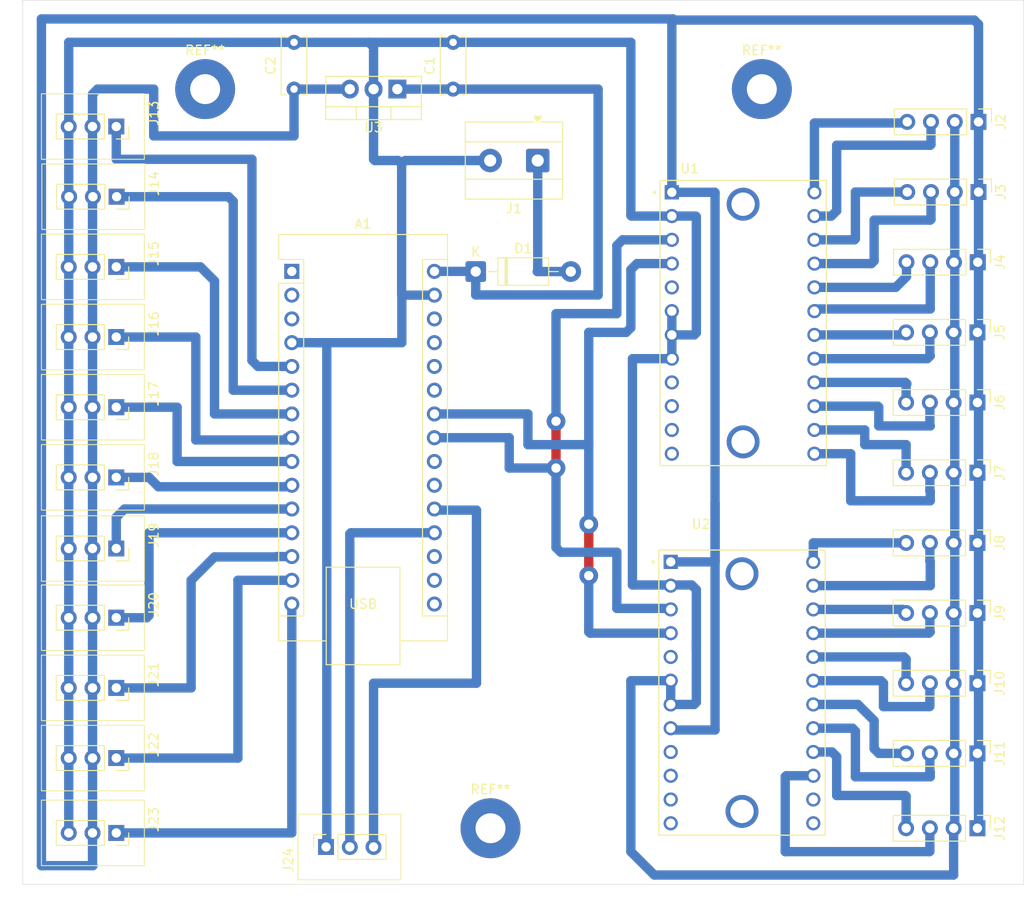
<source format=kicad_pcb>
(kicad_pcb (version 20241229) (generator "pcbnew") (generator_version "9.0")
  (layers (0 "F.Cu" signal) (2 "B.Cu" signal) (13 "F.Paste" user) (15 "B.Paste" user) (5 "F.SilkS" user "F.Silkscreen") (7 "B.SilkS" user "B.Silkscreen") (1 "F.Mask" user) (3 "B.Mask" user) (25 "Edge.Cuts" user))
  (net 0 "")
  (net 2 "N11")
  (net 3 "N2")
  (net 4 "N7")
  (net 5 "N5")
  (net 7 "N3")
  (net 8 "N10")
  (net 11 "SCL")
  (net 12 "N6")
  (net 13 "GND")
  (net 14 "RX")
  (net 21 "N9")
  (net 23 "N4")
  (net 24 "Net-(A1-VIN)")
  (net 25 "N8")
  (net 26 "TX")
  (net 27 "SDA")
  (net 28 "N1")
  (net 30 "+5V")
  (net 31 "Net-(D1-A)")
  (net 32 "SDA1")
  (net 33 "SCL1")
  (net 34 "SCL2")
  (net 35 "SDA2")
  (net 36 "SCL3")
  (net 37 "SDA3")
  (net 38 "SDA4")
  (net 39 "SCL4")
  (net 40 "SCL5")
  (net 41 "SDA5")
  (net 42 "SCL6")
  (net 43 "SDA6")
  (net 44 "SDA7")
  (net 45 "SCL7")
  (net 46 "SDA8")
  (net 47 "SCL8")
  (net 48 "SDA9")
  (net 49 "SCL9")
  (net 50 "SDA10")
  (net 51 "SCL10")
  (net 52 "SDA11")
  (net 53 "SCL11")
  (footprint "Library:PinSocket_1x03_P2.54mm_Vertical_LED" (layer "F.Cu") (at 68.5 75.5 -90)
    (property "Reference" "J16" (at -1.42 -4.01 90) (layer "F.SilkS"))
    (property "Value" "Conn_01x03_Pin")
    (pad "1" thru_hole rect (at 0 0 270) (size 1.7 1.7) (drill 1) (layers "*.Cu" "*.Mask") (net 23 "N4"))
    (pad "2" thru_hole circle (at 0 2.54 270) (size 1.7 1.7) (drill 1) (layers "*.Cu" "*.Mask") (net 30 "+5V"))
    (pad "3" thru_hole circle (at 0 5.08 270) (size 1.7 1.7) (drill 1) (layers "*.Cu" "*.Mask") (net 13 "GND"))
  )
  (footprint "MountingHole:MountingHole_3.2mm_M3_Pad" (layer "F.Cu") (at 78 49)
    (property "Reference" "REF**" (at 0 -4.15 0) (layer "F.SilkS"))
    (property "Value" "MountingHole_3.2mm_M3_Pad")
    (pad "1" thru_hole circle (at 0 0) (size 6.4 6.4) (drill 3.2) (layers "*.Cu" "*.Mask"))
  )
  (footprint "Connector_PinHeader_2.54mm:PinHeader_1x04_P2.54mm_Vertical" (layer "F.Cu") (at 160.54 90 -90)
    (property "Reference" "J7" (at 0 -2.38 90) (layer "F.SilkS"))
    (property "Value" "Conn_01x04_Pin")
    (pad "1" thru_hole rect (at 0 0 270) (size 1.7 1.7) (drill 1) (layers "*.Cu" "*.Mask") (net 30 "+5V"))
    (pad "2" thru_hole circle (at 0 2.54 270) (size 1.7 1.7) (drill 1) (layers "*.Cu" "*.Mask") (net 13 "GND"))
    (pad "3" thru_hole circle (at 0 5.08 270) (size 1.7 1.7) (drill 1) (layers "*.Cu" "*.Mask") (net 43 "SDA6"))
    (pad "4" thru_hole circle (at 0 7.62 270) (size 1.7 1.7) (drill 1) (layers "*.Cu" "*.Mask") (net 42 "SCL6"))
  )
  (footprint "Library:PinSocket_1x03_P2.54mm_Vertical_LED" (layer "F.Cu") (at 90.92 130 90)
    (property "Reference" "J24" (at -1.42 -4.01 90) (layer "F.SilkS"))
    (property "Value" "Conn_01x03_Pin")
    (pad "1" thru_hole rect (at 0 0 90) (size 1.7 1.7) (drill 1) (layers "*.Cu" "*.Mask") (net 13 "GND"))
    (pad "2" thru_hole circle (at 0 2.54 90) (size 1.7 1.7) (drill 1) (layers "*.Cu" "*.Mask") (net 26 "TX"))
    (pad "3" thru_hole circle (at 0 5.08 90) (size 1.7 1.7) (drill 1) (layers "*.Cu" "*.Mask") (net 14 "RX"))
  )
  (footprint "2717:MODULE_2717" (layer "F.Cu") (at 135.38 113.5)
    (property "Reference" "U2" (at -4.38 -18 0) (layer "F.SilkS"))
    (property "Value" "2717")
    (pad "1" thru_hole rect (at -7.62 -13.97) (size 1.508 1.508) (drill 1) (layers "*.Cu" "*.Mask") (net 30 "+5V"))
    (pad "2" thru_hole circle (at -7.62 -11.43) (size 1.508 1.508) (drill 1) (layers "*.Cu" "*.Mask") (net 13 "GND"))
    (pad "3" thru_hole circle (at -7.62 -8.89) (size 1.508 1.508) (drill 1) (layers "*.Cu" "*.Mask") (net 27 "SDA"))
    (pad "4" thru_hole circle (at -7.62 -6.35) (size 1.508 1.508) (drill 1) (layers "*.Cu" "*.Mask") (net 11 "SCL"))
    (pad "5" thru_hole circle (at -7.62 -3.81) (size 1.508 1.508) (drill 1) (layers "*.Cu" "*.Mask"))
    (pad "6" thru_hole circle (at -7.62 -1.27) (size 1.508 1.508) (drill 1) (layers "*.Cu" "*.Mask") (net 13 "GND"))
    (pad "7" thru_hole circle (at -7.62 1.27) (size 1.508 1.508) (drill 1) (layers "*.Cu" "*.Mask") (net 13 "GND"))
    (pad "8" thru_hole circle (at -7.62 3.81) (size 1.508 1.508) (drill 1) (layers "*.Cu" "*.Mask") (net 30 "+5V"))
    (pad "9" thru_hole circle (at -7.62 6.35) (size 1.508 1.508) (drill 1) (layers "*.Cu" "*.Mask"))
    (pad "10" thru_hole circle (at -7.62 8.89) (size 1.508 1.508) (drill 1) (layers "*.Cu" "*.Mask"))
    (pad "11" thru_hole circle (at -7.62 11.43) (size 1.508 1.508) (drill 1) (layers "*.Cu" "*.Mask"))
    (pad "12" thru_hole circle (at -7.62 13.97) (size 1.508 1.508) (drill 1) (layers "*.Cu" "*.Mask"))
    (pad "13" thru_hole circle (at 7.62 13.97) (size 1.508 1.508) (drill 1) (layers "*.Cu" "*.Mask"))
    (pad "14" thru_hole circle (at 7.62 11.43) (size 1.508 1.508) (drill 1) (layers "*.Cu" "*.Mask"))
    (pad "15" thru_hole circle (at 7.62 8.89) (size 1.508 1.508) (drill 1) (layers "*.Cu" "*.Mask") (net 52 "SDA11"))
    (pad "16" thru_hole circle (at 7.62 6.35) (size 1.508 1.508) (drill 1) (layers "*.Cu" "*.Mask") (net 53 "SCL11"))
    (pad "17" thru_hole circle (at 7.62 3.81) (size 1.508 1.508) (drill 1) (layers "*.Cu" "*.Mask") (net 50 "SDA10"))
    (pad "18" thru_hole circle (at 7.62 1.27) (size 1.508 1.508) (drill 1) (layers "*.Cu" "*.Mask") (net 51 "SCL10"))
    (pad "19" thru_hole circle (at 7.62 -1.27) (size 1.508 1.508) (drill 1) (layers "*.Cu" "*.Mask") (net 48 "SDA9"))
    (pad "20" thru_hole circle (at 7.62 -3.81) (size 1.508 1.508) (drill 1) (layers "*.Cu" "*.Mask") (net 49 "SCL9"))
    (pad "21" thru_hole circle (at 7.62 -6.35) (size 1.508 1.508) (drill 1) (layers "*.Cu" "*.Mask") (net 46 "SDA8"))
    (pad "22" thru_hole circle (at 7.62 -8.89) (size 1.508 1.508) (drill 1) (layers "*.Cu" "*.Mask") (net 47 "SCL8"))
    (pad "23" thru_hole circle (at 7.62 -11.43) (size 1.508 1.508) (drill 1) (layers "*.Cu" "*.Mask") (net 44 "SDA7"))
    (pad "24" thru_hole circle (at 7.62 -13.97) (size 1.508 1.508) (drill 1) (layers "*.Cu" "*.Mask") (net 45 "SCL7"))
    (pad "P1" thru_hole circle (at 0 -12.7) (size 3.516 3.516) (drill 2.5) (layers "*.Cu" "*.Mask"))
    (pad "P2" thru_hole circle (at 0 12.7) (size 3.516 3.516) (drill 2.5) (layers "*.Cu" "*.Mask"))
  )
  (footprint "Package_TO_SOT_THT:TO-220-3_Vertical" (layer "F.Cu") (at 98.54 49 180)
    (property "Reference" "U3" (at 2.54 -4.1 0) (layer "F.SilkS"))
    (property "Value" "L7805")
    (pad "1" thru_hole rect (at 0 0 180) (size 1.905 2) (drill 1.1) (layers "*.Cu" "*.Mask") (net 24 "Net-(A1-VIN)"))
    (pad "2" thru_hole oval (at 2.54 0 180) (size 1.905 2) (drill 1.1) (layers "*.Cu" "*.Mask") (net 13 "GND"))
    (pad "3" thru_hole oval (at 5.08 0 180) (size 1.905 2) (drill 1.1) (layers "*.Cu" "*.Mask") (net 30 "+5V"))
  )
  (footprint "Connector_PinHeader_2.54mm:PinHeader_1x04_P2.54mm_Vertical" (layer "F.Cu") (at 160.54 120 -90)
    (property "Reference" "J11" (at 0 -2.38 90) (layer "F.SilkS"))
    (property "Value" "Conn_01x04_Pin")
    (pad "1" thru_hole rect (at 0 0 270) (size 1.7 1.7) (drill 1) (layers "*.Cu" "*.Mask") (net 30 "+5V"))
    (pad "2" thru_hole circle (at 0 2.54 270) (size 1.7 1.7) (drill 1) (layers "*.Cu" "*.Mask") (net 13 "GND"))
    (pad "3" thru_hole circle (at 0 5.08 270) (size 1.7 1.7) (drill 1) (layers "*.Cu" "*.Mask") (net 50 "SDA10"))
    (pad "4" thru_hole circle (at 0 7.62 270) (size 1.7 1.7) (drill 1) (layers "*.Cu" "*.Mask") (net 51 "SCL10"))
  )
  (footprint "Connector_PinHeader_2.54mm:PinHeader_1x04_P2.54mm_Vertical" (layer "F.Cu") (at 160.54 75 -90)
    (property "Reference" "J5" (at 0 -2.38 90) (layer "F.SilkS"))
    (property "Value" "Conn_01x04_Pin")
    (pad "1" thru_hole rect (at 0 0 270) (size 1.7 1.7) (drill 1) (layers "*.Cu" "*.Mask") (net 30 "+5V"))
    (pad "2" thru_hole circle (at 0 2.54 270) (size 1.7 1.7) (drill 1) (layers "*.Cu" "*.Mask") (net 13 "GND"))
    (pad "3" thru_hole circle (at 0 5.08 270) (size 1.7 1.7) (drill 1) (layers "*.Cu" "*.Mask") (net 38 "SDA4"))
    (pad "4" thru_hole circle (at 0 7.62 270) (size 1.7 1.7) (drill 1) (layers "*.Cu" "*.Mask") (net 39 "SCL4"))
  )
  (footprint "Connector_PinHeader_2.54mm:PinHeader_1x04_P2.54mm_Vertical" (layer "F.Cu") (at 160.54 128 -90)
    (property "Reference" "J12" (at 0 -2.38 90) (layer "F.SilkS"))
    (property "Value" "Conn_01x04_Pin")
    (pad "1" thru_hole rect (at 0 0 270) (size 1.7 1.7) (drill 1) (layers "*.Cu" "*.Mask") (net 30 "+5V"))
    (pad "2" thru_hole circle (at 0 2.54 270) (size 1.7 1.7) (drill 1) (layers "*.Cu" "*.Mask") (net 13 "GND"))
    (pad "3" thru_hole circle (at 0 5.08 270) (size 1.7 1.7) (drill 1) (layers "*.Cu" "*.Mask") (net 52 "SDA11"))
    (pad "4" thru_hole circle (at 0 7.62 270) (size 1.7 1.7) (drill 1) (layers "*.Cu" "*.Mask") (net 53 "SCL11"))
  )
  (footprint "Connector_PinHeader_2.54mm:PinHeader_1x04_P2.54mm_Vertical" (layer "F.Cu") (at 160.54 82.5 -90)
    (property "Reference" "J6" (at 0 -2.38 90) (layer "F.SilkS"))
    (property "Value" "Conn_01x04_Pin")
    (pad "1" thru_hole rect (at 0 0 270) (size 1.7 1.7) (drill 1) (layers "*.Cu" "*.Mask") (net 30 "+5V"))
    (pad "2" thru_hole circle (at 0 2.54 270) (size 1.7 1.7) (drill 1) (layers "*.Cu" "*.Mask") (net 13 "GND"))
    (pad "3" thru_hole circle (at 0 5.08 270) (size 1.7 1.7) (drill 1) (layers "*.Cu" "*.Mask") (net 41 "SDA5"))
    (pad "4" thru_hole circle (at 0 7.62 270) (size 1.7 1.7) (drill 1) (layers "*.Cu" "*.Mask") (net 40 "SCL5"))
  )
  (footprint "Module:Arduino_Nano" (layer "F.Cu") (at 87.26 68.48)
    (property "Reference" "A1" (at 7.62 -5.08 0) (layer "F.SilkS"))
    (property "Value" "Arduino_Nano_Every")
    (fp_text user "USB" (at 7.62 35.56 0) (layer "F.SilkS"))
    (pad "1" thru_hole rect (at 0 0) (size 1.6 1.6) (drill 1) (layers "*.Cu" "*.Mask"))
    (pad "2" thru_hole oval (at 0 2.54) (size 1.6 1.6) (drill 1) (layers "*.Cu" "*.Mask"))
    (pad "3" thru_hole oval (at 0 5.08) (size 1.6 1.6) (drill 1) (layers "*.Cu" "*.Mask"))
    (pad "4" thru_hole oval (at 0 7.62) (size 1.6 1.6) (drill 1) (layers "*.Cu" "*.Mask") (net 13 "GND"))
    (pad "5" thru_hole oval (at 0 10.16) (size 1.6 1.6) (drill 1) (layers "*.Cu" "*.Mask") (net 28 "N1"))
    (pad "6" thru_hole oval (at 0 12.7) (size 1.6 1.6) (drill 1) (layers "*.Cu" "*.Mask") (net 3 "N2"))
    (pad "7" thru_hole oval (at 0 15.24) (size 1.6 1.6) (drill 1) (layers "*.Cu" "*.Mask") (net 7 "N3"))
    (pad "8" thru_hole oval (at 0 17.78) (size 1.6 1.6) (drill 1) (layers "*.Cu" "*.Mask") (net 23 "N4"))
    (pad "9" thru_hole oval (at 0 20.32) (size 1.6 1.6) (drill 1) (layers "*.Cu" "*.Mask") (net 5 "N5"))
    (pad "10" thru_hole oval (at 0 22.86) (size 1.6 1.6) (drill 1) (layers "*.Cu" "*.Mask") (net 12 "N6"))
    (pad "11" thru_hole oval (at 0 25.4) (size 1.6 1.6) (drill 1) (layers "*.Cu" "*.Mask") (net 4 "N7"))
    (pad "12" thru_hole oval (at 0 27.94) (size 1.6 1.6) (drill 1) (layers "*.Cu" "*.Mask") (net 25 "N8"))
    (pad "13" thru_hole oval (at 0 30.48) (size 1.6 1.6) (drill 1) (layers "*.Cu" "*.Mask") (net 21 "N9"))
    (pad "14" thru_hole oval (at 0 33.02) (size 1.6 1.6) (drill 1) (layers "*.Cu" "*.Mask") (net 8 "N10"))
    (pad "15" thru_hole oval (at 0 35.56) (size 1.6 1.6) (drill 1) (layers "*.Cu" "*.Mask") (net 2 "N11"))
    (pad "16" thru_hole oval (at 15.24 35.56) (size 1.6 1.6) (drill 1) (layers "*.Cu" "*.Mask"))
    (pad "17" thru_hole oval (at 15.24 33.02) (size 1.6 1.6) (drill 1) (layers "*.Cu" "*.Mask"))
    (pad "18" thru_hole oval (at 15.24 30.48) (size 1.6 1.6) (drill 1) (layers "*.Cu" "*.Mask"))
    (pad "19" thru_hole oval (at 15.24 27.94) (size 1.6 1.6) (drill 1) (layers "*.Cu" "*.Mask") (net 26 "TX"))
    (pad "20" thru_hole oval (at 15.24 25.4) (size 1.6 1.6) (drill 1) (layers "*.Cu" "*.Mask") (net 14 "RX"))
    (pad "21" thru_hole oval (at 15.24 22.86) (size 1.6 1.6) (drill 1) (layers "*.Cu" "*.Mask"))
    (pad "22" thru_hole oval (at 15.24 20.32) (size 1.6 1.6) (drill 1) (layers "*.Cu" "*.Mask"))
    (pad "23" thru_hole oval (at 15.24 17.78) (size 1.6 1.6) (drill 1) (layers "*.Cu" "*.Mask") (net 27 "SDA"))
    (pad "24" thru_hole oval (at 15.24 15.24) (size 1.6 1.6) (drill 1) (layers "*.Cu" "*.Mask") (net 11 "SCL"))
    (pad "25" thru_hole oval (at 15.24 12.7) (size 1.6 1.6) (drill 1) (layers "*.Cu" "*.Mask"))
    (pad "26" thru_hole oval (at 15.24 10.16) (size 1.6 1.6) (drill 1) (layers "*.Cu" "*.Mask"))
    (pad "27" thru_hole oval (at 15.24 7.62) (size 1.6 1.6) (drill 1) (layers "*.Cu" "*.Mask"))
    (pad "28" thru_hole oval (at 15.24 5.08) (size 1.6 1.6) (drill 1) (layers "*.Cu" "*.Mask"))
    (pad "29" thru_hole oval (at 15.24 2.54) (size 1.6 1.6) (drill 1) (layers "*.Cu" "*.Mask") (net 13 "GND"))
    (pad "30" thru_hole oval (at 15.24 0) (size 1.6 1.6) (drill 1) (layers "*.Cu" "*.Mask") (net 24 "Net-(A1-VIN)"))
  )
  (footprint "Connector_PinHeader_2.54mm:PinHeader_1x04_P2.54mm_Vertical" (layer "F.Cu") (at 160.66 60 -90)
    (property "Reference" "J3" (at 0 -2.38 90) (layer "F.SilkS"))
    (property "Value" "Conn_01x04_Pin")
    (pad "1" thru_hole rect (at 0 0 270) (size 1.7 1.7) (drill 1) (layers "*.Cu" "*.Mask") (net 30 "+5V"))
    (pad "2" thru_hole circle (at 0 2.54 270) (size 1.7 1.7) (drill 1) (layers "*.Cu" "*.Mask") (net 13 "GND"))
    (pad "3" thru_hole circle (at 0 5.08 270) (size 1.7 1.7) (drill 1) (layers "*.Cu" "*.Mask") (net 35 "SDA2"))
    (pad "4" thru_hole circle (at 0 7.62 270) (size 1.7 1.7) (drill 1) (layers "*.Cu" "*.Mask") (net 34 "SCL2"))
  )
  (footprint "Capacitor_THT:C_Disc_D6.0mm_W2.5mm_P5.00mm" (layer "F.Cu") (at 87.5 49 90)
    (property "Reference" "C2" (at 2.5 -2.5 90) (layer "F.SilkS"))
    (property "Value" "100nF")
    (pad "1" thru_hole circle (at 0 0 90) (size 1.6 1.6) (drill 0.8) (layers "*.Cu" "*.Mask") (net 30 "+5V"))
    (pad "2" thru_hole circle (at 5 0 90) (size 1.6 1.6) (drill 0.8) (layers "*.Cu" "*.Mask") (net 13 "GND"))
  )
  (footprint "Diode_THT:D_DO-41_SOD81_P10.16mm_Horizontal" (layer "F.Cu") (at 106.92 68.5)
    (property "Reference" "D1" (at 5.08 -2.47 0) (layer "F.SilkS"))
    (property "Value" "1N4007")
    (fp_text user "K" (at 0 -2.1 0) (layer "F.SilkS"))
    (pad "1" thru_hole roundrect (at 0 0) (size 2.2 2.2) (drill 1.1) (layers "*.Cu" "*.Mask") (roundrect_rratio 0.113636) (net 24 "Net-(A1-VIN)"))
    (pad "2" thru_hole circle (at 10.16 0) (size 2.2 2.2) (drill 1.1) (layers "*.Cu" "*.Mask") (net 31 "Net-(D1-A)"))
  )
  (footprint "Connector_PinHeader_2.54mm:PinHeader_1x04_P2.54mm_Vertical" (layer "F.Cu") (at 160.54 97.5 -90)
    (property "Reference" "J8" (at 0 -2.38 90) (layer "F.SilkS"))
    (property "Value" "Conn_01x04_Pin")
    (pad "1" thru_hole rect (at 0 0 270) (size 1.7 1.7) (drill 1) (layers "*.Cu" "*.Mask") (net 30 "+5V"))
    (pad "2" thru_hole circle (at 0 2.54 270) (size 1.7 1.7) (drill 1) (layers "*.Cu" "*.Mask") (net 13 "GND"))
    (pad "3" thru_hole circle (at 0 5.08 270) (size 1.7 1.7) (drill 1) (layers "*.Cu" "*.Mask") (net 44 "SDA7"))
    (pad "4" thru_hole circle (at 0 7.62 270) (size 1.7 1.7) (drill 1) (layers "*.Cu" "*.Mask") (net 45 "SCL7"))
  )
  (footprint "Library:PinSocket_1x03_P2.54mm_Vertical_LED" (layer "F.Cu") (at 68.5 105.5 -90)
    (property "Reference" "J20" (at -1.42 -4.01 90) (layer "F.SilkS"))
    (property "Value" "Conn_01x03_Pin")
    (pad "1" thru_hole rect (at 0 0 270) (size 1.7 1.7) (drill 1) (layers "*.Cu" "*.Mask") (net 25 "N8"))
    (pad "2" thru_hole circle (at 0 2.54 270) (size 1.7 1.7) (drill 1) (layers "*.Cu" "*.Mask") (net 30 "+5V"))
    (pad "3" thru_hole circle (at 0 5.08 270) (size 1.7 1.7) (drill 1) (layers "*.Cu" "*.Mask") (net 13 "GND"))
  )
  (footprint "Connector_PinHeader_2.54mm:PinHeader_1x04_P2.54mm_Vertical" (layer "F.Cu") (at 160.66 52.5 -90)
    (property "Reference" "J2" (at 0 -2.38 90) (layer "F.SilkS"))
    (property "Value" "Conn_01x04_Pin")
    (pad "1" thru_hole rect (at 0 0 270) (size 1.7 1.7) (drill 1) (layers "*.Cu" "*.Mask") (net 30 "+5V"))
    (pad "2" thru_hole circle (at 0 2.54 270) (size 1.7 1.7) (drill 1) (layers "*.Cu" "*.Mask") (net 13 "GND"))
    (pad "3" thru_hole circle (at 0 5.08 270) (size 1.7 1.7) (drill 1) (layers "*.Cu" "*.Mask") (net 32 "SDA1"))
    (pad "4" thru_hole circle (at 0 7.62 270) (size 1.7 1.7) (drill 1) (layers "*.Cu" "*.Mask") (net 33 "SCL1"))
  )
  (footprint "Capacitor_THT:C_Disc_D6.0mm_W2.5mm_P5.00mm" (layer "F.Cu") (at 104.5 49 90)
    (property "Reference" "C1" (at 2.5 -2.5 90) (layer "F.SilkS"))
    (property "Value" "100nF")
    (pad "1" thru_hole circle (at 0 0 90) (size 1.6 1.6) (drill 0.8) (layers "*.Cu" "*.Mask") (net 24 "Net-(A1-VIN)"))
    (pad "2" thru_hole circle (at 5 0 90) (size 1.6 1.6) (drill 0.8) (layers "*.Cu" "*.Mask") (net 13 "GND"))
  )
  (footprint "Library:PinSocket_1x03_P2.54mm_Vertical_LED" (layer "F.Cu") (at 68.5 53 -90)
    (property "Reference" "J13" (at -1.42 -4.01 90) (layer "F.SilkS"))
    (property "Value" "Conn_01x03_Pin")
    (pad "1" thru_hole rect (at 0 0 270) (size 1.7 1.7) (drill 1) (layers "*.Cu" "*.Mask") (net 28 "N1"))
    (pad "2" thru_hole circle (at 0 2.54 270) (size 1.7 1.7) (drill 1) (layers "*.Cu" "*.Mask") (net 30 "+5V"))
    (pad "3" thru_hole circle (at 0 5.08 270) (size 1.7 1.7) (drill 1) (layers "*.Cu" "*.Mask") (net 13 "GND"))
  )
  (footprint "Library:PinSocket_1x03_P2.54mm_Vertical_LED" (layer "F.Cu") (at 68.5 98.1 -90)
    (property "Reference" "J19" (at -1.42 -4.01 90) (layer "F.SilkS"))
    (property "Value" "Conn_01x03_Pin")
    (pad "1" thru_hole rect (at 0 0 270) (size 1.7 1.7) (drill 1) (layers "*.Cu" "*.Mask") (net 4 "N7"))
    (pad "2" thru_hole circle (at 0 2.54 270) (size 1.7 1.7) (drill 1) (layers "*.Cu" "*.Mask") (net 30 "+5V"))
    (pad "3" thru_hole circle (at 0 5.08 270) (size 1.7 1.7) (drill 1) (layers "*.Cu" "*.Mask") (net 13 "GND"))
  )
  (footprint "MountingHole:MountingHole_3.2mm_M3_Pad" (layer "F.Cu") (at 137.5 49)
    (property "Reference" "REF**" (at 0 -4.15 0) (layer "F.SilkS"))
    (property "Value" "MountingHole_3.2mm_M3_Pad")
    (pad "1" thru_hole circle (at 0 0) (size 6.4 6.4) (drill 3.2) (layers "*.Cu" "*.Mask"))
  )
  (footprint "Library:PinSocket_1x03_P2.54mm_Vertical_LED" (layer "F.Cu") (at 68.54 60.5 -90)
    (property "Reference" "J14" (at -1.42 -4.01 90) (layer "F.SilkS"))
    (property "Value" "Conn_01x03_Pin")
    (pad "1" thru_hole rect (at 0 0 270) (size 1.7 1.7) (drill 1) (layers "*.Cu" "*.Mask") (net 3 "N2"))
    (pad "2" thru_hole circle (at 0 2.54 270) (size 1.7 1.7) (drill 1) (layers "*.Cu" "*.Mask") (net 30 "+5V"))
    (pad "3" thru_hole circle (at 0 5.08 270) (size 1.7 1.7) (drill 1) (layers "*.Cu" "*.Mask") (net 13 "GND"))
  )
  (footprint "Library:PinSocket_1x03_P2.54mm_Vertical_LED" (layer "F.Cu") (at 68.5 128.5 -90)
    (property "Reference" "J23" (at -1.42 -4.01 90) (layer "F.SilkS"))
    (property "Value" "Conn_01x03_Pin")
    (pad "1" thru_hole rect (at 0 0 270) (size 1.7 1.7) (drill 1) (layers "*.Cu" "*.Mask") (net 2 "N11"))
    (pad "2" thru_hole circle (at 0 2.54 270) (size 1.7 1.7) (drill 1) (layers "*.Cu" "*.Mask") (net 30 "+5V"))
    (pad "3" thru_hole circle (at 0 5.08 270) (size 1.7 1.7) (drill 1) (layers "*.Cu" "*.Mask") (net 13 "GND"))
  )
  (footprint "Library:PinSocket_1x03_P2.54mm_Vertical_LED" (layer "F.Cu") (at 68.5 83 -90)
    (property "Reference" "J17" (at -1.42 -4.01 90) (layer "F.SilkS"))
    (property "Value" "Conn_01x03_Pin")
    (pad "1" thru_hole rect (at 0 0 270) (size 1.7 1.7) (drill 1) (layers "*.Cu" "*.Mask") (net 5 "N5"))
    (pad "2" thru_hole circle (at 0 2.54 270) (size 1.7 1.7) (drill 1) (layers "*.Cu" "*.Mask") (net 30 "+5V"))
    (pad "3" thru_hole circle (at 0 5.08 270) (size 1.7 1.7) (drill 1) (layers "*.Cu" "*.Mask") (net 13 "GND"))
  )
  (footprint "Connector_PinHeader_2.54mm:PinHeader_1x04_P2.54mm_Vertical" (layer "F.Cu") (at 160.54 105 -90)
    (property "Reference" "J9" (at 0 -2.38 90) (layer "F.SilkS"))
    (property "Value" "Conn_01x04_Pin")
    (pad "1" thru_hole rect (at 0 0 270) (size 1.7 1.7) (drill 1) (layers "*.Cu" "*.Mask") (net 30 "+5V"))
    (pad "2" thru_hole circle (at 0 2.54 270) (size 1.7 1.7) (drill 1) (layers "*.Cu" "*.Mask") (net 13 "GND"))
    (pad "3" thru_hole circle (at 0 5.08 270) (size 1.7 1.7) (drill 1) (layers "*.Cu" "*.Mask") (net 46 "SDA8"))
    (pad "4" thru_hole circle (at 0 7.62 270) (size 1.7 1.7) (drill 1) (layers "*.Cu" "*.Mask") (net 47 "SCL8"))
  )
  (footprint "Library:PinSocket_1x03_P2.54mm_Vertical_LED" (layer "F.Cu") (at 68.5 113 -90)
    (property "Reference" "J21" (at -1.42 -4.01 90) (layer "F.SilkS"))
    (property "Value" "Conn_01x03_Pin")
    (pad "1" thru_hole rect (at 0 0 270) (size 1.7 1.7) (drill 1) (layers "*.Cu" "*.Mask") (net 21 "N9"))
    (pad "2" thru_hole circle (at 0 2.54 270) (size 1.7 1.7) (drill 1) (layers "*.Cu" "*.Mask") (net 30 "+5V"))
    (pad "3" thru_hole circle (at 0 5.08 270) (size 1.7 1.7) (drill 1) (layers "*.Cu" "*.Mask") (net 13 "GND"))
  )
  (footprint "Library:PinSocket_1x03_P2.54mm_Vertical_LED" (layer "F.Cu") (at 68.5 68 -90)
    (property "Reference" "J15" (at -1.42 -4.01 90) (layer "F.SilkS"))
    (property "Value" "Conn_01x03_Pin")
    (pad "1" thru_hole rect (at 0 0 270) (size 1.7 1.7) (drill 1) (layers "*.Cu" "*.Mask") (net 7 "N3"))
    (pad "2" thru_hole circle (at 0 2.54 270) (size 1.7 1.7) (drill 1) (layers "*.Cu" "*.Mask") (net 30 "+5V"))
    (pad "3" thru_hole circle (at 0 5.08 270) (size 1.7 1.7) (drill 1) (layers "*.Cu" "*.Mask") (net 13 "GND"))
  )
  (footprint "TerminalBlock_MetzConnect:TerminalBlock_MetzConnect_Type101_RT01602HBWC_1x02_P5.08mm_Horizontal" (layer "F.Cu") (at 113.545 56.6325 180)
    (property "Reference" "J1" (at 2.54 -5.12 0) (layer "F.SilkS"))
    (property "Value" "Screw_Terminal_01x02")
    (pad "1" thru_hole roundrect (at 0 0 180) (size 2.5 2.5) (drill 1.3) (layers "*.Cu" "*.Mask") (roundrect_rratio 0.1) (net 31 "Net-(D1-A)"))
    (pad "2" thru_hole circle (at 5.08 0 180) (size 2.5 2.5) (drill 1.3) (layers "*.Cu" "*.Mask") (net 13 "GND"))
  )
  (footprint "2717:MODULE_2717" (layer "F.Cu") (at 135.5 74)
    (property "Reference" "U1" (at -5.715 -16.51 0) (layer "F.SilkS"))
    (property "Value" "2717")
    (pad "1" thru_hole rect (at -7.62 -13.97) (size 1.508 1.508) (drill 1) (layers "*.Cu" "*.Mask") (net 30 "+5V"))
    (pad "2" thru_hole circle (at -7.62 -11.43) (size 1.508 1.508) (drill 1) (layers "*.Cu" "*.Mask") (net 13 "GND"))
    (pad "3" thru_hole circle (at -7.62 -8.89) (size 1.508 1.508) (drill 1) (layers "*.Cu" "*.Mask") (net 27 "SDA"))
    (pad "4" thru_hole circle (at -7.62 -6.35) (size 1.508 1.508) (drill 1) (layers "*.Cu" "*.Mask") (net 11 "SCL"))
    (pad "5" thru_hole circle (at -7.62 -3.81) (size 1.508 1.508) (drill 1) (layers "*.Cu" "*.Mask"))
    (pad "6" thru_hole circle (at -7.62 -1.27) (size 1.508 1.508) (drill 1) (layers "*.Cu" "*.Mask") (net 13 "GND"))
    (pad "7" thru_hole circle (at -7.62 1.27) (size 1.508 1.508) (drill 1) (layers "*.Cu" "*.Mask") (net 13 "GND"))
    (pad "8" thru_hole circle (at -7.62 3.81) (size 1.508 1.508) (drill 1) (layers "*.Cu" "*.Mask") (net 13 "GND"))
    (pad "9" thru_hole circle (at -7.62 6.35) (size 1.508 1.508) (drill 1) (layers "*.Cu" "*.Mask"))
    (pad "10" thru_hole circle (at -7.62 8.89) (size 1.508 1.508) (drill 1) (layers "*.Cu" "*.Mask"))
    (pad "11" thru_hole circle (at -7.62 11.43) (size 1.508 1.508) (drill 1) (layers "*.Cu" "*.Mask"))
    (pad "12" thru_hole circle (at -7.62 13.97) (size 1.508 1.508) (drill 1) (layers "*.Cu" "*.Mask"))
    (pad "13" thru_hole circle (at 7.62 13.97) (size 1.508 1.508) (drill 1) (layers "*.Cu" "*.Mask") (net 43 "SDA6"))
    (pad "14" thru_hole circle (at 7.62 11.43) (size 1.508 1.508) (drill 1) (layers "*.Cu" "*.Mask") (net 42 "SCL6"))
    (pad "15" thru_hole circle (at 7.62 8.89) (size 1.508 1.508) (drill 1) (layers "*.Cu" "*.Mask") (net 41 "SDA5"))
    (pad "16" thru_hole circle (at 7.62 6.35) (size 1.508 1.508) (drill 1) (layers "*.Cu" "*.Mask") (net 40 "SCL5"))
    (pad "17" thru_hole circle (at 7.62 3.81) (size 1.508 1.508) (drill 1) (layers "*.Cu" "*.Mask") (net 38 "SDA4"))
    (pad "18" thru_hole circle (at 7.62 1.27) (size 1.508 1.508) (drill 1) (layers "*.Cu" "*.Mask") (net 39 "SCL4"))
    (pad "19" thru_hole circle (at 7.62 -1.27) (size 1.508 1.508) (drill 1) (layers "*.Cu" "*.Mask") (net 37 "SDA3"))
    (pad "20" thru_hole circle (at 7.62 -3.81) (size 1.508 1.508) (drill 1) (layers "*.Cu" "*.Mask") (net 36 "SCL3"))
    (pad "21" thru_hole circle (at 7.62 -6.35) (size 1.508 1.508) (drill 1) (layers "*.Cu" "*.Mask") (net 35 "SDA2"))
    (pad "22" thru_hole circle (at 7.62 -8.89) (size 1.508 1.508) (drill 1) (layers "*.Cu" "*.Mask") (net 34 "SCL2"))
    (pad "23" thru_hole circle (at 7.62 -11.43) (size 1.508 1.508) (drill 1) (layers "*.Cu" "*.Mask") (net 32 "SDA1"))
    (pad "24" thru_hole circle (at 7.62 -13.97) (size 1.508 1.508) (drill 1) (layers "*.Cu" "*.Mask") (net 33 "SCL1"))
    (pad "P1" thru_hole circle (at 0 -12.7) (size 3.516 3.516) (drill 2.5) (layers "*.Cu" "*.Mask"))
    (pad "P2" thru_hole circle (at 0 12.7) (size 3.516 3.516) (drill 2.5) (layers "*.Cu" "*.Mask"))
  )
  (footprint "MountingHole:MountingHole_3.2mm_M3_Pad" (layer "F.Cu") (at 108.5 128)
    (property "Reference" "REF**" (at 0 -4.15 0) (layer "F.SilkS"))
    (property "Value" "MountingHole_3.2mm_M3_Pad")
    (pad "1" thru_hole circle (at 0 0) (size 6.4 6.4) (drill 3.2) (layers "*.Cu" "*.Mask"))
  )
  (footprint "Connector_PinHeader_2.54mm:PinHeader_1x04_P2.54mm_Vertical" (layer "F.Cu") (at 160.54 112.5 -90)
    (property "Reference" "J10" (at 0 -2.38 90) (layer "F.SilkS"))
    (property "Value" "Conn_01x04_Pin")
    (pad "1" thru_hole rect (at 0 0 270) (size 1.7 1.7) (drill 1) (layers "*.Cu" "*.Mask") (net 30 "+5V"))
    (pad "2" thru_hole circle (at 0 2.54 270) (size 1.7 1.7) (drill 1) (layers "*.Cu" "*.Mask") (net 13 "GND"))
    (pad "3" thru_hole circle (at 0 5.08 270) (size 1.7 1.7) (drill 1) (layers "*.Cu" "*.Mask") (net 48 "SDA9"))
    (pad "4" thru_hole circle (at 0 7.62 270) (size 1.7 1.7) (drill 1) (layers "*.Cu" "*.Mask") (net 49 "SCL9"))
  )
  (footprint "Library:PinSocket_1x03_P2.54mm_Vertical_LED" (layer "F.Cu") (at 68.5 90.5 -90)
    (property "Reference" "J18" (at -1.42 -4.01 90) (layer "F.SilkS"))
    (property "Value" "Conn_01x03_Pin")
    (pad "1" thru_hole rect (at 0 0 270) (size 1.7 1.7) (drill 1) (layers "*.Cu" "*.Mask") (net 12 "N6"))
    (pad "2" thru_hole circle (at 0 2.54 270) (size 1.7 1.7) (drill 1) (layers "*.Cu" "*.Mask") (net 30 "+5V"))
    (pad "3" thru_hole circle (at 0 5.08 270) (size 1.7 1.7) (drill 1) (layers "*.Cu" "*.Mask") (net 13 "GND"))
  )
  (footprint "Connector_PinHeader_2.54mm:PinHeader_1x04_P2.54mm_Vertical" (layer "F.Cu") (at 160.58 67.5 -90)
    (property "Reference" "J4" (at 0 -2.38 90) (layer "F.SilkS"))
    (property "Value" "Conn_01x04_Pin")
    (pad "1" thru_hole rect (at 0 0 270) (size 1.7 1.7) (drill 1) (layers "*.Cu" "*.Mask") (net 30 "+5V"))
    (pad "2" thru_hole circle (at 0 2.54 270) (size 1.7 1.7) (drill 1) (layers "*.Cu" "*.Mask") (net 13 "GND"))
    (pad "3" thru_hole circle (at 0 5.08 270) (size 1.7 1.7) (drill 1) (layers "*.Cu" "*.Mask") (net 37 "SDA3"))
    (pad "4" thru_hole circle (at 0 7.62 270) (size 1.7 1.7) (drill 1) (layers "*.Cu" "*.Mask") (net 36 "SCL3"))
  )
  (footprint "Library:PinSocket_1x03_P2.54mm_Vertical_LED" (layer "F.Cu") (at 68.5 120.5 -90)
    (property "Reference" "J22" (at -1.42 -4.01 90) (layer "F.SilkS"))
    (property "Value" "Conn_01x03_Pin")
    (pad "1" thru_hole rect (at 0 0 270) (size 1.7 1.7) (drill 1) (layers "*.Cu" "*.Mask") (net 8 "N10"))
    (pad "2" thru_hole circle (at 0 2.54 270) (size 1.7 1.7) (drill 1) (layers "*.Cu" "*.Mask") (net 30 "+5V"))
    (pad "3" thru_hole circle (at 0 5.08 270) (size 1.7 1.7) (drill 1) (layers "*.Cu" "*.Mask") (net 13 "GND"))
  )
  (gr_rect (start 58.5 39.5) (end 165.5 134) (stroke (width 0.05)) (fill no) (layer "Edge.Cuts"))
  (segment (start 68.5 128.5) (end 87.26 128.5) (width 1) (layer "B.Cu") (net 2))
  (segment (start 87.26 128.5) (end 87.26 104.04) (width 1) (layer "B.Cu") (net 2))
  (segment (start 81 81.18) (end 87.26 81.18) (width 1) (layer "B.Cu") (net 3))
  (segment (start 81 61) (end 81 81.18) (width 1) (layer "B.Cu") (net 3))
  (segment (start 80.5 60.5) (end 81 61) (width 1) (layer "B.Cu") (net 3))
  (segment (start 68.54 60.5) (end 80.5 60.5) (width 1) (layer "B.Cu") (net 3))
  (segment (start 87.26 93.88) (end 69.38 93.88) (width 1) (layer "B.Cu") (net 4))
  (segment (start 68.5 94.76) (end 68.5 98.1) (width 1) (layer "B.Cu") (net 4))
  (segment (start 69.38 93.88) (end 68.5 94.76) (width 1) (layer "B.Cu") (net 4))
  (segment (start 68.5 83) (end 75 83) (width 1) (layer "B.Cu") (net 5))
  (segment (start 75 88.8) (end 87.26 88.8) (width 1) (layer "B.Cu") (net 5))
  (segment (start 75 83) (end 75 88.8) (width 1) (layer "B.Cu") (net 5))
  (segment (start 79 83.72) (end 87.26 83.72) (width 1) (layer "B.Cu") (net 7))
  (segment (start 77.5 68) (end 79 69.5) (width 1) (layer "B.Cu") (net 7))
  (segment (start 79 69.5) (end 79 83.72) (width 1) (layer "B.Cu") (net 7))
  (segment (start 68.5 68) (end 77.5 68) (width 1) (layer "B.Cu") (net 7))
  (segment (start 81.5 120.5) (end 81.5 101.5) (width 1) (layer "B.Cu") (net 8))
  (segment (start 81.5 101.5) (end 87.26 101.5) (width 1) (layer "B.Cu") (net 8))
  (segment (start 68.5 120.5) (end 81.5 120.5) (width 1) (layer "B.Cu") (net 8))
  (segment (start 119 95.5) (end 119 101) (width 1) (layer "F.Cu") (net 11))
  (via (at 119 101) (size 2) (drill 1) (layers "F.Cu" "B.Cu") (net 11))
  (via (at 119 95.5) (size 2) (drill 1) (layers "F.Cu" "B.Cu") (net 11))
  (segment (start 123.5 74.5) (end 123.5 68.3) (width 1) (layer "B.Cu") (net 11))
  (segment (start 127.76 107.15) (end 119.15 107.15) (width 1) (layer "B.Cu") (net 11))
  (segment (start 102.5 83.72) (end 112.5 83.72) (width 1) (layer "B.Cu") (net 11))
  (segment (start 112.5 87) (end 119 87) (width 1) (layer "B.Cu") (net 11))
  (segment (start 119 75) (end 123 75) (width 1) (layer "B.Cu") (net 11))
  (segment (start 123 75) (end 123.5 74.5) (width 1) (layer "B.Cu") (net 11))
  (segment (start 119 107) (end 119 101) (width 1) (layer "B.Cu") (net 11))
  (segment (start 119.15 107.15) (end 119 107) (width 1) (layer "B.Cu") (net 11))
  (segment (start 124.15 67.65) (end 127.88 67.65) (width 1) (layer "B.Cu") (net 11))
  (segment (start 119 87) (end 119 75) (width 1) (layer "B.Cu") (net 11))
  (segment (start 112.5 83.72) (end 112.5 87) (width 1) (layer "B.Cu") (net 11))
  (segment (start 119 87) (end 119 95.5) (width 1) (layer "B.Cu") (net 11))
  (segment (start 123.5 68.3) (end 124.15 67.65) (width 1) (layer "B.Cu") (net 11))
  (segment (start 87.1 91.5) (end 87.26 91.34) (width 1) (layer "B.Cu") (net 12))
  (segment (start 73 91.5) (end 87.1 91.5) (width 1) (layer "B.Cu") (net 12))
  (segment (start 68.5 90.5) (end 72 90.5) (width 1) (layer "B.Cu") (net 12))
  (segment (start 72 90.5) (end 73 91.5) (width 1) (layer "B.Cu") (net 12))
  (segment (start 158 133) (end 126 133) (width 1) (layer "B.Cu") (net 13))
  (segment (start 99 57) (end 99.3675 56.6325) (width 1) (layer "B.Cu") (net 13))
  (segment (start 127.88 72.73) (end 127.88 77.81) (width 1) (layer "B.Cu") (net 13))
  (segment (start 99 71) (end 99 57) (width 1) (layer "B.Cu") (net 13))
  (segment (start 96 44.5) (end 96 49) (width 1) (layer "B.Cu") (net 13))
  (segment (start 104.5 44) (end 95.5 44) (width 1) (layer "B.Cu") (net 13))
  (segment (start 130.5 114.54) (end 130.5 108) (width 1) (layer "B.Cu") (net 13))
  (segment (start 130.43 62.57) (end 130.5 62.64) (width 1) (layer "B.Cu") (net 13))
  (segment (start 87.5 44) (end 63.42 44) (width 1) (layer "B.Cu") (net 13))
  (segment (start 123.69 77.81) (end 123.67 77.83) (width 1) (layer "B.Cu") (net 13))
  (segment (start 99.02 71.02) (end 99.02 76.1) (width 1) (layer "B.Cu") (net 13))
  (segment (start 123.5 62.5) (end 123.5 44) (width 1) (layer "B.Cu") (net 13))
  (segment (start 127.88 77.81) (end 123.69 77.81) (width 1) (layer "B.Cu") (net 13))
  (segment (start 126 133) (end 123.5 130.5) (width 1) (layer "B.Cu") (net 13))
  (segment (start 91 76.1) (end 91 129.92) (width 1) (layer "B.Cu") (net 13))
  (segment (start 99.02 71.02) (end 99 71) (width 1) (layer "B.Cu") (net 13))
  (segment (start 123.57 62.57) (end 123.5 62.5) (width 1) (layer "B.Cu") (net 13))
  (segment (start 127.69 102) (end 127.76 102.07) (width 1) (layer "B.Cu") (net 13))
  (segment (start 158.12 52.5) (end 158.12 127.88) (width 1) (layer "B.Cu") (net 13))
  (segment (start 63.42 53) (end 63.42 128.5) (width 1) (layer "B.Cu") (net 13))
  (segment (start 130.5 108) (end 130.5 109) (width 1) (layer "B.Cu") (net 13))
  (segment (start 123.5 130.5) (end 123.5 112.23) (width 1) (layer "B.Cu") (net 13))
  (segment (start 96 56.5) (end 96 49) (width 1) (layer "B.Cu") (net 13))
  (segment (start 98.6325 56.6325) (end 96.1325 56.6325) (width 1) (layer "B.Cu") (net 13))
  (segment (start 95.5 44) (end 96 44.5) (width 1) (layer "B.Cu") (net 13))
  (segment (start 63.42 44) (end 63.42 53) (width 1) (layer "B.Cu") (net 13))
  (segment (start 123.67 77.83) (end 123.67 102) (width 1) (layer "B.Cu") (net 13))
  (segment (start 102.5 71.02) (end 99.02 71.02) (width 1) (layer "B.Cu") (net 13))
  (segment (start 130 102) (end 130.5 102.5) (width 1) (layer "B.Cu") (net 13))
  (segment (start 91 129.92) (end 90.92 130) (width 1) (layer "B.Cu") (net 13))
  (segment (start 130.5 75.04) (end 130.27 75.27) (width 1) (layer "B.Cu") (net 13))
  (segment (start 123.5 44) (end 104.5 44) (width 1) (layer "B.Cu") (net 13))
  (segment (start 158.12 127.88) (end 158 128) (width 1) (layer "B.Cu") (net 13))
  (segment (start 123.67 102) (end 127.69 102) (width 1) (layer "B.Cu") (net 13))
  (segment (start 130.27 75.27) (end 127.88 75.27) (width 1) (layer "B.Cu") (net 13))
  (segment (start 127.76 114.77) (end 130.27 114.77) (width 1) (layer "B.Cu") (net 13))
  (segment (start 87.5 44) (end 95.5 44) (width 1) (layer "B.Cu") (net 13))
  (segment (start 130.5 102.5) (end 130.5 108) (width 1) (layer "B.Cu") (net 13))
  (segment (start 130.5 62.64) (end 130.5 75.04) (width 1) (layer "B.Cu") (net 13))
  (segment (start 123.5 112.23) (end 127.76 112.23) (width 1) (layer "B.Cu") (net 13))
  (segment (start 127.76 102.07) (end 127.83 102) (width 1) (layer "B.Cu") (net 13))
  (segment (start 90.1 76.1) (end 91 76.1) (width 1) (layer "B.Cu") (net 13))
  (segment (start 127.88 62.57) (end 123.57 62.57) (width 1) (layer "B.Cu") (net 13))
  (segment (start 90.1 76.1) (end 87.26 76.1) (width 1) (layer "B.Cu") (net 13))
  (segment (start 127.88 62.57) (end 130.43 62.57) (width 1) (layer "B.Cu") (net 13))
  (segment (start 130.27 114.77) (end 130.5 114.54) (width 1) (layer "B.Cu") (net 13))
  (segment (start 99.3675 56.6325) (end 108.465 56.6325) (width 1) (layer "B.Cu") (net 13))
  (segment (start 127.76 114.77) (end 127.76 112.23) (width 1) (layer "B.Cu") (net 13))
  (segment (start 158 128) (end 158 133) (width 1) (layer "B.Cu") (net 13))
  (segment (start 96.1325 56.6325) (end 96 56.5) (width 1) (layer "B.Cu") (net 13))
  (segment (start 99 57) (end 98.6325 56.6325) (width 1) (layer "B.Cu") (net 13))
  (segment (start 99.02 76.1) (end 90.1 76.1) (width 1) (layer "B.Cu") (net 13))
  (segment (start 127.83 102) (end 130 102) (width 1) (layer "B.Cu") (net 13))
  (segment (start 96 112.5) (end 107 112.5) (width 1) (layer "B.Cu") (net 14))
  (segment (start 107 94) (end 102.62 94) (width 1) (layer "B.Cu") (net 14))
  (segment (start 96 130) (end 96 112.5) (width 1) (layer "B.Cu") (net 14))
  (segment (start 102.62 94) (end 102.5 93.88) (width 1) (layer "B.Cu") (net 14))
  (segment (start 107 112.5) (end 107 94) (width 1) (layer "B.Cu") (net 14))
  (segment (start 76.5 101.5) (end 79 99) (width 1) (layer "B.Cu") (net 21))
  (segment (start 85.679265 98.96) (end 87.26 98.96) (width 1) (layer "B.Cu") (net 21))
  (segment (start 68.5 113) (end 76.5 113) (width 1) (layer "B.Cu") (net 21))
  (segment (start 85.639265 99) (end 85.679265 98.96) (width 1) (layer "B.Cu") (net 21))
  (segment (start 76.5 113) (end 76.5 101.5) (width 1) (layer "B.Cu") (net 21))
  (segment (start 79 99) (end 85.639265 99) (width 1) (layer "B.Cu") (net 21))
  (segment (start 86.721 86.26) (end 87.26 86.26) (width 1) (layer "B.Cu") (net 23))
  (segment (start 77 86.5) (end 86.721 86.5) (width 1) (layer "B.Cu") (net 23))
  (segment (start 77 75.5) (end 77 86.5) (width 1) (layer "B.Cu") (net 23))
  (segment (start 68.5 75.5) (end 77 75.5) (width 1) (layer "B.Cu") (net 23))
  (segment (start 86.721 86.5) (end 86.721 86.26) (width 1) (layer "B.Cu") (net 23))
  (segment (start 120 49) (end 120 71) (width 1) (layer "B.Cu") (net 24))
  (segment (start 106.92 71) (end 106.92 68.5) (width 1) (layer "B.Cu") (net 24))
  (segment (start 120 71) (end 106.92 71) (width 1) (layer "B.Cu") (net 24))
  (segment (start 98.54 49) (end 104.5 49) (width 1) (layer "B.Cu") (net 24))
  (segment (start 104.5 49) (end 120 49) (width 1) (layer "B.Cu") (net 24))
  (segment (start 106.9 68.48) (end 106.92 68.5) (width 1) (layer "B.Cu") (net 24))
  (segment (start 102.5 68.48) (end 106.9 68.48) (width 1) (layer "B.Cu") (net 24))
  (segment (start 71.75 105.5) (end 72 105.25) (width 1) (layer "B.Cu") (net 25))
  (segment (start 72 105.25) (end 72 96.42) (width 1) (layer "B.Cu") (net 25))
  (segment (start 72 96.42) (end 87.26 96.42) (width 1) (layer "B.Cu") (net 25))
  (segment (start 68.5 105.5) (end 71.75 105.5) (width 1) (layer "B.Cu") (net 25))
  (segment (start 93.46 130) (end 93.46 96.54) (width 1) (layer "B.Cu") (net 26))
  (segment (start 93.58 96.42) (end 102.5 96.42) (width 1) (layer "B.Cu") (net 26))
  (segment (start 93.46 96.54) (end 93.58 96.42) (width 1) (layer "B.Cu") (net 26))
  (segment (start 115.5 84.5) (end 115.5 89.5) (width 1) (layer "F.Cu") (net 27))
  (via (at 115.5 84.5) (size 2) (drill 1) (layers "F.Cu" "B.Cu") (net 27))
  (via (at 115.5 89.5) (size 2) (drill 1) (layers "F.Cu" "B.Cu") (net 27))
  (segment (start 127.65 104.5) (end 127.76 104.61) (width 1) (layer "B.Cu") (net 27))
  (segment (start 115.5 89.5) (end 110.5 89.5) (width 1) (layer "B.Cu") (net 27))
  (segment (start 122.61 65.11) (end 127.88 65.11) (width 1) (layer "B.Cu") (net 27))
  (segment (start 122 73) (end 122 65.72) (width 1) (layer "B.Cu") (net 27))
  (segment (start 115.5 98) (end 116 98.5) (width 1) (layer "B.Cu") (net 27))
  (segment (start 115.5 84.5) (end 115.5 73) (width 1) (layer "B.Cu") (net 27))
  (segment (start 122 98.5) (end 122 104.5) (width 1) (layer "B.Cu") (net 27))
  (segment (start 115.5 89.5) (end 115.5 98) (width 1) (layer "B.Cu") (net 27))
  (segment (start 110.5 86.26) (end 102.5 86.26) (width 1) (layer "B.Cu") (net 27))
  (segment (start 116 98.5) (end 122 98.5) (width 1) (layer "B.Cu") (net 27))
  (segment (start 115.5 73) (end 122 73) (width 1) (layer "B.Cu") (net 27))
  (segment (start 115.54 84.46) (end 115.5 84.5) (width 1) (layer "B.Cu") (net 27))
  (segment (start 122 104.5) (end 127.65 104.5) (width 1) (layer "B.Cu") (net 27))
  (segment (start 122 65.72) (end 122.61 65.11) (width 1) (layer "B.Cu") (net 27))
  (segment (start 110.5 89.5) (end 110.5 86.26) (width 1) (layer "B.Cu") (net 27))
  (segment (start 83.64 78.64) (end 87.26 78.64) (width 1) (layer "B.Cu") (net 28))
  (segment (start 83 56.5) (end 83 78) (width 1) (layer "B.Cu") (net 28))
  (segment (start 68.5 53) (end 68.5 56.5) (width 1) (layer "B.Cu") (net 28))
  (segment (start 83 78) (end 83.64 78.64) (width 1) (layer "B.Cu") (net 28))
  (segment (start 68.5 56.5) (end 83 56.5) (width 1) (layer "B.Cu") (net 28))
  (segment (start 65.96 49.54) (end 66.5 49) (width 1) (layer "B.Cu") (net 30))
  (segment (start 127.88 60.03) (end 127.88 41.62) (width 1) (layer "B.Cu") (net 30))
  (segment (start 127.88 41.62) (end 128 41.5) (width 1) (layer "B.Cu") (net 30))
  (segment (start 60.5 41.5) (end 60.5 132) (width 1) (layer "B.Cu") (net 30))
  (segment (start 160.66 127.88) (end 160.54 128) (width 1) (layer "B.Cu") (net 30))
  (segment (start 65.96 131.96) (end 65.96 128.5) (width 1) (layer "B.Cu") (net 30))
  (segment (start 160.66 52.5) (end 160.66 127.88) (width 1) (layer "B.Cu") (net 30))
  (segment (start 132.5 117.5) (end 132.5 93.29) (width 1) (layer "B.Cu") (net 30))
  (segment (start 127.76 99.53) (end 132.5 99.53) (width 1) (layer "B.Cu") (net 30))
  (segment (start 160.2 41.62) (end 127.88 41.62) (width 1) (layer "B.Cu") (net 30))
  (segment (start 66 132) (end 65.96 131.96) (width 1) (layer "B.Cu") (net 30))
  (segment (start 128 41.5) (end 60.5 41.5) (width 1) (layer "B.Cu") (net 30))
  (segment (start 127.76 117.31) (end 127.95 117.5) (width 1) (layer "B.Cu") (net 30))
  (segment (start 65.96 53) (end 65.96 128.5) (width 1) (layer "B.Cu") (net 30))
  (segment (start 60.5 132) (end 66 132) (width 1) (layer "B.Cu") (net 30))
  (segment (start 160.66 52.5) (end 160.66 42.08) (width 1) (layer "B.Cu") (net 30))
  (segment (start 72.5 54) (end 72.5 49) (width 1) (layer "B.Cu") (net 30))
  (segment (start 65.96 53) (end 65.96 49.54) (width 1) (layer "B.Cu") (net 30))
  (segment (start 72.5 49) (end 66.5 49) (width 1) (layer "B.Cu") (net 30))
  (segment (start 87.5 54) (end 72.5 54) (width 1) (layer "B.Cu") (net 30))
  (segment (start 87.5 49) (end 93.46 49) (width 1) (layer "B.Cu") (net 30))
  (segment (start 132.5 60.06) (end 132.47 60.03) (width 1) (layer "B.Cu") (net 30))
  (segment (start 160.66 42.08) (end 160.2 41.62) (width 1) (layer "B.Cu") (net 30))
  (segment (start 132.47 60.03) (end 127.88 60.03) (width 1) (layer "B.Cu") (net 30))
  (segment (start 132.5 93.29) (end 132.5 60.06) (width 1) (layer "B.Cu") (net 30))
  (segment (start 87.5 49) (end 87.5 54) (width 1) (layer "B.Cu") (net 30))
  (segment (start 132.5 99.53) (end 132.5 93.29) (width 1) (layer "B.Cu") (net 30))
  (segment (start 127.95 117.5) (end 132.5 117.5) (width 1) (layer "B.Cu") (net 30))
  (segment (start 113.5 68.5) (end 117.08 68.5) (width 1) (layer "B.Cu") (net 31))
  (segment (start 113.545 68.455) (end 113.5 68.5) (width 1) (layer "B.Cu") (net 31))
  (segment (start 113.545 56.6325) (end 113.545 68.455) (width 1) (layer "B.Cu") (net 31))
  (segment (start 143.12 62.57) (end 144.93 62.57) (width 1) (layer "B.Cu") (net 32))
  (segment (start 144.93 62.57) (end 145.5 62) (width 1) (layer "B.Cu") (net 32))
  (segment (start 155.58 54.92) (end 155.58 52.5) (width 1) (layer "B.Cu") (net 32))
  (segment (start 155.5 55) (end 155.58 54.92) (width 1) (layer "B.Cu") (net 32))
  (segment (start 145.5 55) (end 155.5 55) (width 1) (layer "B.Cu") (net 32))
  (segment (start 145.5 62) (end 145.5 55) (width 1) (layer "B.Cu") (net 32))
  (segment (start 143.12 60.03) (end 143.12 52.62) (width 1) (layer "B.Cu") (net 33))
  (segment (start 152.92 52.62) (end 153.04 52.5) (width 1) (layer "B.Cu") (net 33))
  (segment (start 143.12 52.62) (end 152.92 52.62) (width 1) (layer "B.Cu") (net 33))
  (segment (start 147.39 65.11) (end 147.5 65) (width 1) (layer "B.Cu") (net 34))
  (segment (start 147.5 60) (end 153.04 60) (width 1) (layer "B.Cu") (net 34))
  (segment (start 143.12 65.11) (end 147.39 65.11) (width 1) (layer "B.Cu") (net 34))
  (segment (start 147.5 65) (end 147.5 60) (width 1) (layer "B.Cu") (net 34))
  (segment (start 155.58 62.92) (end 155.58 60) (width 1) (layer "B.Cu") (net 35))
  (segment (start 149.5 63) (end 155.5 63) (width 1) (layer "B.Cu") (net 35))
  (segment (start 149.207554 67.65) (end 149.5 67.357554) (width 1) (layer "B.Cu") (net 35))
  (segment (start 149.5 67.357554) (end 149.5 63) (width 1) (layer "B.Cu") (net 35))
  (segment (start 155.5 63) (end 155.58 62.92) (width 1) (layer "B.Cu") (net 35))
  (segment (start 143.12 67.65) (end 149.207554 67.65) (width 1) (layer "B.Cu") (net 35))
  (segment (start 151.81 70.19) (end 152.96 69.04) (width 1) (layer "B.Cu") (net 36))
  (segment (start 143.12 70.19) (end 151.81 70.19) (width 1) (layer "B.Cu") (net 36))
  (segment (start 152.96 69.04) (end 152.96 67.5) (width 1) (layer "B.Cu") (net 36))
  (segment (start 155.5 72.5) (end 155.5 67.5) (width 1) (layer "B.Cu") (net 37))
  (segment (start 143.35 72.5) (end 155.5 72.5) (width 1) (layer "B.Cu") (net 37))
  (segment (start 143.12 72.73) (end 143.35 72.5) (width 1) (layer "B.Cu") (net 37))
  (segment (start 155.5 77.5) (end 155.46 77.46) (width 1) (layer "B.Cu") (net 38))
  (segment (start 155.19 77.81) (end 155.5 77.5) (width 1) (layer "B.Cu") (net 38))
  (segment (start 155.46 77.46) (end 155.46 75) (width 1) (layer "B.Cu") (net 38))
  (segment (start 143.12 77.81) (end 155.19 77.81) (width 1) (layer "B.Cu") (net 38))
  (segment (start 143.12 75.27) (end 152.65 75.27) (width 1) (layer "B.Cu") (net 39))
  (segment (start 152.65 75.27) (end 152.92 75) (width 1) (layer "B.Cu") (net 39))
  (segment (start 152.85 80.35) (end 153 80.5) (width 1) (layer "B.Cu") (net 40))
  (segment (start 153 80.5) (end 152.92 80.58) (width 1) (layer "B.Cu") (net 40))
  (segment (start 143.12 80.35) (end 152.85 80.35) (width 1) (layer "B.Cu") (net 40))
  (segment (start 152.92 80.58) (end 152.92 82.5) (width 1) (layer "B.Cu") (net 40))
  (segment (start 149.89 82.89) (end 150 83) (width 1) (layer "B.Cu") (net 41))
  (segment (start 143.12 82.89) (end 149.89 82.89) (width 1) (layer "B.Cu") (net 41))
  (segment (start 150 83) (end 150 85) (width 1) (layer "B.Cu") (net 41))
  (segment (start 155.46 84.96) (end 155.46 82.5) (width 1) (layer "B.Cu") (net 41))
  (segment (start 150 85) (end 155.5 85) (width 1) (layer "B.Cu") (net 41))
  (segment (start 155.5 85) (end 155.46 84.96) (width 1) (layer "B.Cu") (net 41))
  (segment (start 143.12 85.43) (end 148.5 85.43) (width 1) (layer "B.Cu") (net 42))
  (segment (start 148.5 87) (end 152.92 87) (width 1) (layer "B.Cu") (net 42))
  (segment (start 148.5 85.43) (end 148.5 87) (width 1) (layer "B.Cu") (net 42))
  (segment (start 152.92 87) (end 152.92 90) (width 1) (layer "B.Cu") (net 42))
  (segment (start 143.12 87.97) (end 147 87.97) (width 1) (layer "B.Cu") (net 43))
  (segment (start 155.5 92) (end 155.46 91.96) (width 1) (layer "B.Cu") (net 43))
  (segment (start 147 87.97) (end 147 93) (width 1) (layer "B.Cu") (net 43))
  (segment (start 155.46 91.96) (end 155.46 90) (width 1) (layer "B.Cu") (net 43))
  (segment (start 155.5 93) (end 155.5 92) (width 1) (layer "B.Cu") (net 43))
  (segment (start 147 93) (end 155.5 93) (width 1) (layer "B.Cu") (net 43))
  (segment (start 155.46 99.46) (end 155.46 97.5) (width 1) (layer "B.Cu") (net 44))
  (segment (start 155.5 99.5) (end 155.46 99.46) (width 1) (layer "B.Cu") (net 44))
  (segment (start 155.5 102.07) (end 155.5 99.5) (width 1) (layer "B.Cu") (net 44))
  (segment (start 143 102.07) (end 155.5 102.07) (width 1) (layer "B.Cu") (net 44))
  (segment (start 143 97.5) (end 152.92 97.5) (width 1) (layer "B.Cu") (net 45))
  (segment (start 143 99.53) (end 143 97.5) (width 1) (layer "B.Cu") (net 45))
  (segment (start 155.46 106.96) (end 155.46 105) (width 1) (layer "B.Cu") (net 46))
  (segment (start 155.5 107) (end 155.46 106.96) (width 1) (layer "B.Cu") (net 46))
  (segment (start 143 107.15) (end 155.35 107.15) (width 1) (layer "B.Cu") (net 46))
  (segment (start 155.35 107.15) (end 155.5 107) (width 1) (layer "B.Cu") (net 46))
  (segment (start 152.53 104.61) (end 152.92 105) (width 1) (layer "B.Cu") (net 47))
  (segment (start 143 104.61) (end 152.53 104.61) (width 1) (layer "B.Cu") (net 47))
  (segment (start 155.42 115) (end 155.46 114.96) (width 1) (layer "B.Cu") (net 48))
  (segment (start 150.23 112.23) (end 150.5 112.5) (width 1) (layer "B.Cu") (net 48))
  (segment (start 143 112.23) (end 150.23 112.23) (width 1) (layer "B.Cu") (net 48))
  (segment (start 155.46 114.96) (end 155.46 112.5) (width 1) (layer "B.Cu") (net 48))
  (segment (start 150.5 112.5) (end 150.5 115) (width 1) (layer "B.Cu") (net 48))
  (segment (start 150.5 115) (end 155.42 115) (width 1) (layer "B.Cu") (net 48))
  (segment (start 143 109.69) (end 152.69 109.69) (width 1) (layer "B.Cu") (net 49))
  (segment (start 152.92 109.92) (end 152.92 112.5) (width 1) (layer "B.Cu") (net 49))
  (segment (start 152.69 109.69) (end 152.92 109.92) (width 1) (layer "B.Cu") (net 49))
  (segment (start 143 117.31) (end 147.19 117.31) (width 1) (layer "B.Cu") (net 50))
  (segment (start 155.5 122.5) (end 155.5 122) (width 1) (layer "B.Cu") (net 50))
  (segment (start 147.19 117.31) (end 147.5 117.62) (width 1) (layer "B.Cu") (net 50))
  (segment (start 147.5 117.62) (end 147.5 122.5) (width 1) (layer "B.Cu") (net 50))
  (segment (start 147.5 122.5) (end 155.5 122.5) (width 1) (layer "B.Cu") (net 50))
  (segment (start 155.46 121.96) (end 155.46 120) (width 1) (layer "B.Cu") (net 50))
  (segment (start 155.5 122) (end 155.46 121.96) (width 1) (layer "B.Cu") (net 50))
  (segment (start 149.5 116.5) (end 149.5 119.5) (width 1) (layer "B.Cu") (net 51))
  (segment (start 143 114.77) (end 147.77 114.77) (width 1) (layer "B.Cu") (net 51))
  (segment (start 149.5 119.5) (end 150 120) (width 1) (layer "B.Cu") (net 51))
  (segment (start 147.77 114.77) (end 149.5 116.5) (width 1) (layer "B.Cu") (net 51))
  (segment (start 150 120) (end 152.92 120) (width 1) (layer "B.Cu") (net 51))
  (segment (start 140 130.5) (end 140 122.5) (width 1) (layer "B.Cu") (net 52))
  (segment (start 155.46 130.46) (end 155.42 130.5) (width 1) (layer "B.Cu") (net 52))
  (segment (start 155.42 130.5) (end 140 130.5) (width 1) (layer "B.Cu") (net 52))
  (segment (start 155.46 128) (end 155.46 130.46) (width 1) (layer "B.Cu") (net 52))
  (segment (start 140 122.5) (end 140.11 122.39) (width 1) (layer "B.Cu") (net 52))
  (segment (start 140.11 122.39) (end 143 122.39) (width 1) (layer "B.Cu") (net 52))
  (segment (start 152.92 124.58) (end 152.92 128) (width 1) (layer "B.Cu") (net 53))
  (segment (start 143 119.85) (end 145 119.85) (width 1) (layer "B.Cu") (net 53))
  (segment (start 145.5 124.5) (end 152.84 124.5) (width 1) (layer "B.Cu") (net 53))
  (segment (start 145.5 120.35) (end 145.5 124.5) (width 1) (layer "B.Cu") (net 53))
  (segment (start 145 119.85) (end 145.5 120.35) (width 1) (layer "B.Cu") (net 53))
  (segment (start 152.84 124.5) (end 152.92 124.58) (width 1) (layer "B.Cu") (net 53))
)
</source>
